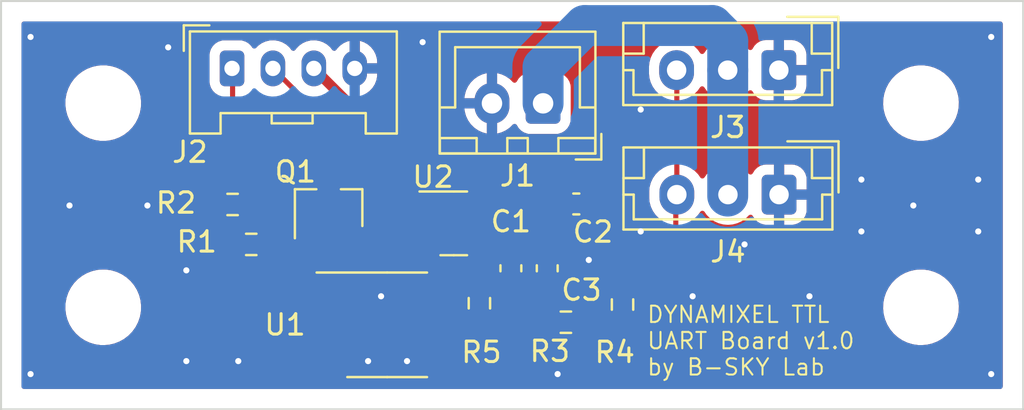
<source format=kicad_pcb>
(kicad_pcb (version 20221018) (generator pcbnew)
  (layers (0 "F.Cu" signal) (31 "B.Cu" signal) (34 "B.Paste" user) (35 "F.Paste" user) (36 "B.SilkS" user "B.Silkscreen") (37 "F.SilkS" user "F.Silkscreen") (38 "B.Mask" user) (39 "F.Mask" user) (44 "Edge.Cuts" user))
  (net 0 "")
  (net 1 "+3.3V")
  (net 2 "GND")
  (net 3 "/BAT")
  (net 4 "/signal")
  (net 5 "/STS_TX")
  (net 6 "/STS_RX")
  (net 7 "Net-(Q1-B)")
  (net 8 "Net-(U1-B)")
  (net 9 "+5V")
  (net 10 "Net-(Q1-C)")
  (footprint "Connector_JST:JST_XH_B2B-XH-A_1x02_P2.50mm_Vertical" (layer "F.Cu") (at 156.5148 115.0112 180)
    (fp_text reference "J1" (at 1.25 -3.55 180) (layer "F.SilkS"))
    (fp_text value "B2B-XH-A(LF)(SN)" hide)
    (fp_line (start -2.85 -2.75) (end -2.85 -1.5) (stroke (width 0.12)) (layer "F.SilkS"))
    (fp_line (start -2.56 -2.46) (end -2.56 3.51) (stroke (width 0.12)) (layer "F.SilkS"))
    (fp_line (start -2.56 3.51) (end 5.06 3.51) (stroke (width 0.12)) (layer "F.SilkS"))
    (fp_line (start -2.55 -2.45) (end -2.55 -1.7) (stroke (width 0.12)) (layer "F.SilkS"))
    (fp_line (start -2.55 -1.7) (end -0.75 -1.7) (stroke (width 0.12)) (layer "F.SilkS"))
    (fp_line (start -2.55 -0.2) (end -1.8 -0.2) (stroke (width 0.12)) (layer "F.SilkS"))
    (fp_line (start -1.8 -0.2) (end -1.8 2.75) (stroke (width 0.12)) (layer "F.SilkS"))
    (fp_line (start -1.8 2.75) (end 1.25 2.75) (stroke (width 0.12)) (layer "F.SilkS"))
    (fp_line (start -1.6 -2.75) (end -2.85 -2.75) (stroke (width 0.12)) (layer "F.SilkS"))
    (fp_line (start -0.75 -2.45) (end -2.55 -2.45) (stroke (width 0.12)) (layer "F.SilkS"))
    (fp_line (start -0.75 -1.7) (end -0.75 -2.45) (stroke (width 0.12)) (layer "F.SilkS"))
    (fp_line (start 0.75 -2.45) (end 0.75 -1.7) (stroke (width 0.12)) (layer "F.SilkS"))
    (fp_line (start 0.75 -1.7) (end 1.75 -1.7) (stroke (width 0.12)) (layer "F.SilkS"))
    (fp_line (start 1.75 -2.45) (end 0.75 -2.45) (stroke (width 0.12)) (layer "F.SilkS"))
    (fp_line (start 1.75 -1.7) (end 1.75 -2.45) (stroke (width 0.12)) (layer "F.SilkS"))
    (fp_line (start 3.25 -2.45) (end 3.25 -1.7) (stroke (width 0.12)) (layer "F.SilkS"))
    (fp_line (start 3.25 -1.7) (end 5.05 -1.7) (stroke (width 0.12)) (layer "F.SilkS"))
    (fp_line (start 4.3 -0.2) (end 4.3 2.75) (stroke (width 0.12)) (layer "F.SilkS"))
    (fp_line (start 4.3 2.75) (end 1.25 2.75) (stroke (width 0.12)) (layer "F.SilkS"))
    (fp_line (start 5.05 -2.45) (end 3.25 -2.45) (stroke (width 0.12)) (layer "F.SilkS"))
    (fp_line (start 5.05 -1.7) (end 5.05 -2.45) (stroke (width 0.12)) (layer "F.SilkS"))
    (fp_line (start 5.05 -0.2) (end 4.3 -0.2) (stroke (width 0.12)) (layer "F.SilkS"))
    (fp_line (start 5.06 -2.46) (end -2.56 -2.46) (stroke (width 0.12)) (layer "F.SilkS"))
    (fp_line (start 5.06 3.51) (end 5.06 -2.46) (stroke (width 0.12)) (layer "F.SilkS"))
    (pad "1" thru_hole roundrect (at 0 0 180) (size 1.7 2) (drill 1) (layers "*.Cu" "*.Mask") (roundrect_rratio 0.1470588235) (net 3 "/BAT"))
    (pad "2" thru_hole oval (at 2.5 0 180) (size 1.7 2) (drill 1) (layers "*.Cu" "*.Mask") (net 2 "GND"))
  )
  (footprint "MountingHole:MountingHole_3.2mm_M3" (layer "F.Cu") (at 175 115)
    (fp_text reference "MH3" hide)
    (fp_text value "MountingHole_3.2mm_M3" hide)
    (pad "" np_thru_hole circle (at 0 0) (size 3.2 3.2) (drill 3.2) (layers "*.Cu" "*.Mask"))
  )
  (footprint "Package_TO_SOT_SMD:SC-59_Handsoldering" (layer "F.Cu") (at 146.0246 120.1674 90)
    (fp_text reference "Q1" (at 1.8034 -1.6256) (layer "F.SilkS"))
    (fp_text value "2SA1162GR" hide)
    (fp_line (start -1.45 -1.65) (end 0.95 -1.65) (stroke (width 0.12)) (layer "F.SilkS"))
    (fp_line (start -0.85 1.65) (end 0.95 1.65) (stroke (width 0.12)) (layer "F.SilkS"))
    (fp_line (start 0.95 -1.65) (end 0.95 -0.6) (stroke (width 0.12)) (layer "F.SilkS"))
    (fp_line (start 0.95 1.65) (end 0.95 0.6) (stroke (width 0.12)) (layer "F.SilkS"))
    (pad "1" smd rect (at -1.65 -0.95 90) (size 1.8 0.8) (layers "F.Cu" "F.Paste" "F.Mask") (net 7 "Net-(Q1-B)"))
    (pad "2" smd rect (at -1.65 0.95 90) (size 1.8 0.8) (layers "F.Cu" "F.Paste" "F.Mask") (net 1 "+3.3V"))
    (pad "3" smd rect (at 1.65 0 90) (size 1.8 0.8) (layers "F.Cu" "F.Paste" "F.Mask") (net 10 "Net-(Q1-C)"))
  )
  (footprint "Resistor_SMD:R_0603_1608Metric_Pad0.98x0.95mm_HandSolder" (layer "F.Cu") (at 157.6305 125.73)
    (fp_text reference "R3" (at -0.7855 1.4224 180) (layer "F.SilkS"))
    (fp_text value "2.2k" hide)
    (fp_line (start -0.254724 -0.5225) (end 0.254724 -0.5225) (stroke (width 0.12)) (layer "F.SilkS"))
    (fp_line (start -0.254724 0.5225) (end 0.254724 0.5225) (stroke (width 0.12)) (layer "F.SilkS"))
    (pad "1" smd roundrect (at -0.9125 0) (size 0.975 0.95) (layers "F.Cu" "F.Paste" "F.Mask") (net 8 "Net-(U1-B)"))
    (pad "2" smd roundrect (at 0.9125 0) (size 0.975 0.95) (layers "F.Cu" "F.Paste" "F.Mask") (net 1 "+3.3V"))
  )
  (footprint "Connector_JST:JST_EH_B3B-EH-A_1x03_P2.50mm_Vertical" (layer "F.Cu") (at 168.0572 119.4816 180)
    (fp_text reference "J4" (at 2.5 -2.8 180) (layer "F.SilkS"))
    (fp_text value "B3B-EH-A(LF)(SN)" hide)
    (fp_line (start -2.91 0.11) (end -2.91 2.61) (stroke (width 0.12)) (layer "F.SilkS"))
    (fp_line (start -2.91 2.61) (end -0.41 2.61) (stroke (width 0.12)) (layer "F.SilkS"))
    (fp_line (start -2.61 -1.71) (end -2.61 2.31) (stroke (width 0.12)) (layer "F.SilkS"))
    (fp_line (start -2.61 0) (end -2.11 0) (stroke (width 0.12)) (layer "F.SilkS"))
    (fp_line (start -2.61 0.81) (end -1.61 0.81) (stroke (width 0.12)) (layer "F.SilkS"))
    (fp_line (start -2.61 2.31) (end 7.61 2.31) (stroke (width 0.12)) (layer "F.SilkS"))
    (fp_line (start -2.11 -1.21) (end 7.11 -1.21) (stroke (width 0.12)) (layer "F.SilkS"))
    (fp_line (start -2.11 0) (end -2.11 -1.21) (stroke (width 0.12)) (layer "F.SilkS"))
    (fp_line (start -1.61 0.81) (end -1.61 2.31) (stroke (width 0.12)) (layer "F.SilkS"))
    (fp_line (start 6.61 0.81) (end 6.61 2.31) (stroke (width 0.12)) (layer "F.SilkS"))
    (fp_line (start 7.11 -1.21) (end 7.11 0) (stroke (width 0.12)) (layer "F.SilkS"))
    (fp_line (start 7.11 0) (end 7.61 0) (stroke (width 0.12)) (layer "F.SilkS"))
    (fp_line (start 7.61 -1.71) (end -2.61 -1.71) (stroke (width 0.12)) (layer "F.SilkS"))
    (fp_line (start 7.61 0.81) (end 6.61 0.81) (stroke (width 0.12)) (layer "F.SilkS"))
    (fp_line (start 7.61 2.31) (end 7.61 -1.71) (stroke (width 0.12)) (layer "F.SilkS"))
    (pad "1" thru_hole roundrect (at 0 0 180) (size 1.7 1.95) (drill 0.95) (layers "*.Cu" "*.Mask") (roundrect_rratio 0.1470588235) (net 2 "GND"))
    (pad "2" thru_hole oval (at 2.5 0 180) (size 1.7 1.95) (drill 0.95) (layers "*.Cu" "*.Mask") (net 3 "/BAT"))
    (pad "3" thru_hole oval (at 5 0 180) (size 1.7 1.95) (drill 0.95) (layers "*.Cu" "*.Mask") (net 4 "/signal"))
  )
  (footprint "Capacitor_SMD:C_0603_1608Metric_Pad1.08x0.95mm_HandSolder" (layer "F.Cu") (at 156.718 123.0895 90)
    (fp_text reference "C3" (at -1.0657 1.6764) (layer "F.SilkS"))
    (fp_text value "1u" hide)
    (fp_line (start -0.146267 -0.51) (end 0.146267 -0.51) (stroke (width 0.12)) (layer "F.SilkS"))
    (fp_line (start -0.146267 0.51) (end 0.146267 0.51) (stroke (width 0.12)) (layer "F.SilkS"))
    (pad "1" smd roundrect (at -0.8625 0 90) (size 1.075 0.95) (layers "F.Cu" "F.Paste" "F.Mask") (net 1 "+3.3V"))
    (pad "2" smd roundrect (at 0.8625 0 90) (size 1.075 0.95) (layers "F.Cu" "F.Paste" "F.Mask") (net 2 "GND"))
  )
  (footprint "BSL-Library:HY2.0-4P" (layer "F.Cu") (at 139.24 111.49)
    (fp_text reference "J2" (at 0 5.91 unlocked) (layer "F.SilkS"))
    (fp_text value "WAFER-HY2.0-4PZZ" hide)
    (fp_line (start -0.3 -0.3) (end -0.3 0.95) (stroke (width 0.12)) (layer "F.SilkS"))
    (fp_line (start 0 0) (end 0 5) (stroke (width 0.12)) (layer "F.SilkS"))
    (fp_line (start 0 5) (end 1.5 5) (stroke (width 0.12)) (layer "F.SilkS"))
    (fp_line (start 0.95 -0.3) (end -0.3 -0.3) (stroke (width 0.12)) (layer "F.SilkS"))
    (fp_line (start 1.5 4) (end 1.5 5) (stroke (width 0.12)) (layer "F.SilkS"))
    (fp_line (start 1.5 4) (end 8.6 4) (stroke (width 0.12)) (layer "F.SilkS"))
    (fp_line (start 4 4) (end 4 4.5) (stroke (width 0.12)) (layer "F.SilkS"))
    (fp_line (start 4 4.5) (end 6 4.5) (stroke (width 0.12)) (layer "F.SilkS"))
    (fp_line (start 6 4.5) (end 6 4) (stroke (width 0.12)) (layer "F.SilkS"))
    (fp_line (start 8.6 4) (end 8.6 5) (stroke (width 0.12)) (layer "F.SilkS"))
    (fp_line (start 8.6 5) (end 10.12 5) (stroke (width 0.12)) (layer "F.SilkS"))
    (fp_line (start 10.12 0) (end 0 0) (stroke (width 0.12)) (layer "F.SilkS"))
    (fp_line (start 10.12 5) (end 10.12 0) (stroke (width 0.12)) (layer "F.SilkS"))
    (pad "1" thru_hole roundrect (at 2.06 1.81) (size 1.2 1.75) (drill 0.75) (layers "*.Cu" "*.Mask") (roundrect_rratio 0.2083333333) (net 5 "/STS_TX"))
    (pad "2" thru_hole oval (at 4.06 1.81) (size 1.2 1.75) (drill 0.75) (layers "*.Cu" "*.Mask") (net 6 "/STS_RX"))
    (pad "3" thru_hole oval (at 6.06 1.81) (size 1.2 1.75) (drill 0.75) (layers "*.Cu" "*.Mask") (net 9 "+5V"))
    (pad "4" thru_hole oval (at 8.06 1.81) (size 1.2 1.75) (drill 0.75) (layers "*.Cu" "*.Mask") (net 2 "GND"))
  )
  (footprint "Resistor_SMD:R_0603_1608Metric_Pad0.98x0.95mm_HandSolder" (layer "F.Cu") (at 160.401 124.8645 -90)
    (fp_text reference "R4" (at 2.3368 0.381) (layer "F.SilkS"))
    (fp_text value "2.2k" hide)
    (fp_line (start -0.254724 -0.5225) (end 0.254724 -0.5225) (stroke (width 0.12)) (layer "F.SilkS"))
    (fp_line (start -0.254724 0.5225) (end 0.254724 0.5225) (stroke (width 0.12)) (layer "F.SilkS"))
    (pad "1" smd roundrect (at -0.9125 0 270) (size 0.975 0.95) (layers "F.Cu" "F.Paste" "F.Mask") (net 2 "GND"))
    (pad "2" smd roundrect (at 0.9125 0 270) (size 0.975 0.95) (layers "F.Cu" "F.Paste" "F.Mask") (net 8 "Net-(U1-B)"))
  )
  (footprint "Resistor_SMD:R_0603_1608Metric_Pad0.98x0.95mm_HandSolder" (layer "F.Cu") (at 141.3275 119.9642)
    (fp_text reference "R2" (at -2.7705 -0.0762 180) (layer "F.SilkS"))
    (fp_text value "20k" hide)
    (fp_line (start -0.254724 -0.5225) (end 0.254724 -0.5225) (stroke (width 0.12)) (layer "F.SilkS"))
    (fp_line (start -0.254724 0.5225) (end 0.254724 0.5225) (stroke (width 0.12)) (layer "F.SilkS"))
    (pad "1" smd roundrect (at -0.9125 0) (size 0.975 0.95) (layers "F.Cu" "F.Paste" "F.Mask") (net 2 "GND"))
    (pad "2" smd roundrect (at 0.9125 0) (size 0.975 0.95) (layers "F.Cu" "F.Paste" "F.Mask") (net 10 "Net-(Q1-C)"))
  )
  (footprint "Resistor_SMD:R_0603_1608Metric_Pad0.98x0.95mm_HandSolder" (layer "F.Cu") (at 153.4 124.8 90)
    (fp_text reference "R5" (at -2.4 0.1 180) (layer "F.SilkS"))
    (fp_text value "10k")
    (fp_line (start -0.254724 -0.5225) (end 0.254724 -0.5225) (stroke (width 0.12)) (layer "F.SilkS"))
    (fp_line (start -0.254724 0.5225) (end 0.254724 0.5225) (stroke (width 0.12)) (layer "F.SilkS"))
    (pad "1" smd roundrect (at -0.9125 0 90) (size 0.975 0.95) (layers "F.Cu" "F.Paste" "F.Mask") (net 4 "/signal"))
    (pad "2" smd roundrect (at 0.9125 0 90) (size 0.975 0.95) (layers "F.Cu" "F.Paste" "F.Mask") (net 1 "+3.3V"))
  )
  (footprint "Package_SO:SOP-8_3.9x4.9mm_P1.27mm" (layer "F.Cu") (at 148.888 125.857)
    (fp_text reference "U1" (at -4.997 0) (layer "F.SilkS"))
    (fp_text value "MAX3485" hide)
    (fp_line (start 0 -2.56) (end -3.45 -2.56) (stroke (width 0.12)) (layer "F.SilkS"))
    (fp_line (start 0 -2.56) (end 1.95 -2.56) (stroke (width 0.12)) (layer "F.SilkS"))
    (fp_line (start 0 2.56) (end -1.95 2.56) (stroke (width 0.12)) (layer "F.SilkS"))
    (fp_line (start 0 2.56) (end 1.95 2.56) (stroke (width 0.12)) (layer "F.SilkS"))
    (pad "1" smd roundrect (at -2.625 -1.905) (size 1.65 0.6) (layers "F.Cu" "F.Paste" "F.Mask") (net 6 "/STS_RX"))
    (pad "2" smd roundrect (at -2.625 -0.635) (size 1.65 0.6) (layers "F.Cu" "F.Paste" "F.Mask") (net 10 "Net-(Q1-C)"))
    (pad "3" smd roundrect (at -2.625 0.635) (size 1.65 0.6) (layers "F.Cu" "F.Paste" "F.Mask") (net 10 "Net-(Q1-C)"))
    (pad "4" smd roundrect (at -2.625 1.905) (size 1.65 0.6) (layers "F.Cu" "F.Paste" "F.Mask") (net 5 "/STS_TX"))
    (pad "5" smd roundrect (at 2.625 1.905) (size 1.65 0.6) (layers "F.Cu" "F.Paste" "F.Mask") (net 2 "GND"))
    (pad "6" smd roundrect (at 2.625 0.635) (size 1.65 0.6) (layers "F.Cu" "F.Paste" "F.Mask") (net 4 "/signal"))
    (pad "7" smd roundrect (at 2.625 -0.635) (size 1.65 0.6) (layers "F.Cu" "F.Paste" "F.Mask") (net 8 "Net-(U1-B)"))
    (pad "8" smd roundrect (at 2.625 -1.905) (size 1.65 0.6) (layers "F.Cu" "F.Paste" "F.Mask") (net 1 "+3.3V"))
  )
  (footprint "MountingHole:MountingHole_3.2mm_M3" (layer "F.Cu") (at 135 115)
    (fp_text reference "MH2" hide)
    (fp_text value "MountingHole_3.2mm_M3" hide)
    (pad "" np_thru_hole circle (at 0 0) (size 3.2 3.2) (drill 3.2) (layers "*.Cu" "*.Mask"))
  )
  (footprint "MountingHole:MountingHole_3.2mm_M3" (layer "F.Cu") (at 175 125)
    (fp_text reference "MH4" hide)
    (fp_text value "MountingHole_3.2mm_M3" hide)
    (pad "" np_thru_hole circle (at 0 0) (size 3.2 3.2) (drill 3.2) (layers "*.Cu" "*.Mask"))
  )
  (footprint "Connector_JST:JST_EH_B3B-EH-A_1x03_P2.50mm_Vertical" (layer "F.Cu") (at 168.0464 113.3856 180)
    (fp_text reference "J3" (at 2.5 -2.8 180) (layer "F.SilkS"))
    (fp_text value "B3B-EH-A(LF)(SN)" hide)
    (fp_line (start -2.91 0.11) (end -2.91 2.61) (stroke (width 0.12)) (layer "F.SilkS"))
    (fp_line (start -2.91 2.61) (end -0.41 2.61) (stroke (width 0.12)) (layer "F.SilkS"))
    (fp_line (start -2.61 -1.71) (end -2.61 2.31) (stroke (width 0.12)) (layer "F.SilkS"))
    (fp_line (start -2.61 0) (end -2.11 0) (stroke (width 0.12)) (layer "F.SilkS"))
    (fp_line (start -2.61 0.81) (end -1.61 0.81) (stroke (width 0.12)) (layer "F.SilkS"))
    (fp_line (start -2.61 2.31) (end 7.61 2.31) (stroke (width 0.12)) (layer "F.SilkS"))
    (fp_line (start -2.11 -1.21) (end 7.11 -1.21) (stroke (width 0.12)) (layer "F.SilkS"))
    (fp_line (start -2.11 0) (end -2.11 -1.21) (stroke (width 0.12)) (layer "F.SilkS"))
    (fp_line (start -1.61 0.81) (end -1.61 2.31) (stroke (width 0.12)) (layer "F.SilkS"))
    (fp_line (start 6.61 0.81) (end 6.61 2.31) (stroke (width 0.12)) (layer "F.SilkS"))
    (fp_line (start 7.11 -1.21) (end 7.11 0) (stroke (width 0.12)) (layer "F.SilkS"))
    (fp_line (start 7.11 0) (end 7.61 0) (stroke (width 0.12)) (layer "F.SilkS"))
    (fp_line (start 7.61 -1.71) (end -2.61 -1.71) (stroke (width 0.12)) (layer "F.SilkS"))
    (fp_line (start 7.61 0.81) (end 6.61 0.81) (stroke (width 0.12)) (layer "F.SilkS"))
    (fp_line (start 7.61 2.31) (end 7.61 -1.71) (stroke (width 0.12)) (layer "F.SilkS"))
    (pad "1" thru_hole roundrect (at 0 0 180) (size 1.7 1.95) (drill 0.95) (layers "*.Cu" "*.Mask") (roundrect_rratio 0.1470588235) (net 2 "GND"))
    (pad "2" thru_hole oval (at 2.5 0 180) (size 1.7 1.95) (drill 0.95) (layers "*.Cu" "*.Mask") (net 3 "/BAT"))
    (pad "3" thru_hole oval (at 5 0 180) (size 1.7 1.95) (drill 0.95) (layers "*.Cu" "*.Mask") (net 4 "/signal"))
  )
  (footprint "MountingHole:MountingHole_3.2mm_M3" (layer "F.Cu") (at 135 125)
    (fp_text reference "MH1" hide)
    (fp_text value "MountingHole_3.2mm_M3" hide)
    (pad "" np_thru_hole circle (at 0 0) (size 3.2 3.2) (drill 3.2) (layers "*.Cu" "*.Mask"))
  )
  (footprint "Capacitor_SMD:C_0603_1608Metric_Pad1.08x0.95mm_HandSolder" (layer "F.Cu") (at 154.94 123.0895 90)
    (fp_text reference "C1" (at 2.2871 0) (layer "F.SilkS"))
    (fp_text value "0.1u" hide)
    (fp_line (start -0.146267 -0.51) (end 0.146267 -0.51) (stroke (width 0.12)) (layer "F.SilkS"))
    (fp_line (start -0.146267 0.51) (end 0.146267 0.51) (stroke (width 0.12)) (layer "F.SilkS"))
    (pad "1" smd roundrect (at -0.8625 0 90) (size 1.075 0.95) (layers "F.Cu" "F.Paste" "F.Mask") (net 1 "+3.3V"))
    (pad "2" smd roundrect (at 0.8625 0 90) (size 1.075 0.95) (layers "F.Cu" "F.Paste" "F.Mask") (net 2 "GND"))
  )
  (footprint "Package_TO_SOT_SMD:SOT-23" (layer "F.Cu") (at 152.146 120.8888)
    (fp_text reference "U2" (at -1.016 -2.2708) (layer "F.SilkS"))
    (fp_text value "AP7333-33SAG" hide)
    (fp_line (start 0 -1.56) (end -1.675 -1.56) (stroke (width 0.12)) (layer "F.SilkS"))
    (fp_line (start 0 -1.56) (end 0.65 -1.56) (stroke (width 0.12)) (layer "F.SilkS"))
    (fp_line (start 0 1.56) (end -0.65 1.56) (stroke (width 0.12)) (layer "F.SilkS"))
    (fp_line (start 0 1.56) (end 0.65 1.56) (stroke (width 0.12)) (layer "F.SilkS"))
    (pad "1" smd roundrect (at -0.9375 -0.95) (size 1.475 0.6) (layers "F.Cu" "F.Paste" "F.Mask") (net 9 "+5V"))
    (pad "2" smd roundrect (at -0.9375 0.95) (size 1.475 0.6) (layers "F.Cu" "F.Paste" "F.Mask") (net 1 "+3.3V"))
    (pad "3" smd roundrect (at 0.9375 0) (size 1.475 0.6) (layers "F.Cu" "F.Paste" "F.Mask") (net 2 "GND"))
  )
  (footprint "Capacitor_SMD:C_0603_1608Metric_Pad1.08x0.95mm_HandSolder" (layer "F.Cu") (at 158.1404 119.9388)
    (fp_text reference "C2" (at 0.8128 1.3716) (layer "F.SilkS"))
    (fp_text value "1u" hide)
    (fp_line (start -0.146267 -0.51) (end 0.146267 -0.51) (stroke (width 0.12)) (layer "F.SilkS"))
    (fp_line (start -0.146267 0.51) (end 0.146267 0.51) (stroke (width 0.12)) (layer "F.SilkS"))
    (pad "1" smd roundrect (at -0.8625 0) (size 1.075 0.95) (layers "F.Cu" "F.Paste" "F.Mask") (net 9 "+5V"))
    (pad "2" smd roundrect (at 0.8625 0) (size 1.075 0.95) (layers "F.Cu" "F.Paste" "F.Mask") (net 2 "GND"))
  )
  (footprint "Resistor_SMD:R_0603_1608Metric_Pad0.98x0.95mm_HandSolder" (layer "F.Cu") (at 142.24 121.92)
    (fp_text reference "R1" (at -2.667 -0.127 180) (layer "F.SilkS"))
    (fp_text value "7.5k" hide)
    (fp_line (start -0.254724 -0.5225) (end 0.254724 -0.5225) (stroke (width 0.12)) (layer "F.SilkS"))
    (fp_line (start -0.254724 0.5225) (end 0.254724 0.5225) (stroke (width 0.12)) (layer "F.SilkS"))
    (pad "1" smd roundrect (at -0.9125 0) (size 0.975 0.95) (layers "F.Cu" "F.Paste" "F.Mask") (net 5 "/STS_TX"))
    (pad "2" smd roundrect (at 0.9125 0) (size 0.975 0.95) (layers "F.Cu" "F.Paste" "F.Mask") (net 7 "Net-(Q1-B)"))
  )
  (gr_rect (start 130 110) (end 180 130) (stroke (width 0.1)) (fill none) (layer "Edge.Cuts"))
  (gr_text "DYNAMIXEL TTL\nUART Board v1.0\nby B-SKY Lab" (at 161.544 128.397) (layer "F.SilkS") (effects (font (size 0.8 0.8) (thickness 0.1)) (justify left bottom)))
  (segment (start 146.996 121.8388) (end 146.9746 121.8174) (width 0.5) (layer "F.Cu") (net 1))
  (segment (start 151.2085 121.8388) (end 146.996 121.8388) (width 0.5) (layer "F.Cu") (net 1))
  (segment (start 156.765 123.952) (end 158.543 125.73) (width 0.5) (layer "F.Cu") (net 1))
  (segment (start 156.718 123.952) (end 151.513 123.952) (width 0.5) (layer "F.Cu") (net 1))
  (segment (start 151.513 123.952) (end 151.513 122.1433) (width 0.5) (layer "F.Cu") (net 1))
  (via (at 161.29 115.316) (size 0.605) (drill 0.3) (layers "F.Cu" "B.Cu") (net 2))
  (via (at 169.545 124.46) (size 0.605) (drill 0.3) (layers "F.Cu" "B.Cu") (net 2))
  (via (at 150.622 112.014) (size 0.605) (drill 0.3) (layers "F.Cu" "B.Cu") (net 2))
  (via (at 166.37 121.92) (size 0.605) (drill 0.3) (layers "F.Cu" "B.Cu") (net 2))
  (via (at 148.59 124.46) (size 0.605) (drill 0.3) (layers "F.Cu" "B.Cu") (net 2))
  (via (at 158.75 122.682) (size 0.605) (drill 0.3) (layers "F.Cu" "B.Cu") (net 2))
  (via (at 161.29 121.285) (size 0.605) (drill 0.3) (layers "F.Cu" "B.Cu") (net 2))
  (via (at 149.86 127.635) (size 0.605) (drill 0.3) (layers "F.Cu" "B.Cu") (net 2))
  (via (at 139.065 127.635) (size 0.605) (drill 0.3) (layers "F.Cu" "B.Cu") (net 2))
  (via (at 172.085 118.745) (size 0.605) (drill 0.3) (layers "F.Cu" "B.Cu") (net 2))
  (via (at 178.435 111.76) (size 0.605) (drill 0.3) (layers "F.Cu" "B.Cu") (net 2))
  (via (at 174.625 120.015) (size 0.605) (drill 0.3) (layers "F.Cu" "B.Cu") (net 2))
  (via (at 172.085 121.285) (size 0.605) (drill 0.3) (layers "F.Cu" "B.Cu") (net 2))
  (via (at 138.176 112.268) (size 0.605) (drill 0.3) (layers "F.Cu" "B.Cu") (net 2))
  (via (at 163.83 124.46) (size 0.605) (drill 0.3) (layers "F.Cu" "B.Cu") (net 2))
  (via (at 177.8 121.285) (size 0.605) (drill 0.3) (layers "F.Cu" "B.Cu") (net 2))
  (via (at 137.16 120.015) (size 0.605) (drill 0.3) (layers "F.Cu" "B.Cu") (net 2))
  (via (at 177.8 118.745) (size 0.605) (drill 0.3) (layers "F.Cu" "B.Cu") (net 2))
  (via (at 178.435 128.27) (size 0.605) (drill 0.3) (layers "F.Cu" "B.Cu") (net 2))
  (via (at 131.445 128.27) (size 0.605) (drill 0.3) (layers "F.Cu" "B.Cu") (net 2))
  (via (at 133.35 120.015) (size 0.605) (drill 0.3) (layers "F.Cu" "B.Cu") (net 2))
  (via (at 141.605 127.635) (size 0.605) (drill 0.3) (layers "F.Cu" "B.Cu") (net 2))
  (via (at 139.065 123.19) (size 0.605) (drill 0.3) (layers "F.Cu" "B.Cu") (net 2))
  (via (at 157.226 128.27) (size 0.605) (drill 0.3) (layers "F.Cu" "B.Cu") (net 2))
  (via (at 131.445 111.76) (size 0.605) (drill 0.3) (layers "F.Cu" "B.Cu") (net 2))
  (via (at 147.955 127.635) (size 0.605) (drill 0.3) (layers "F.Cu" "B.Cu") (net 2))
  (segment (start 156.5148 113.2332) (end 158.5468 111.2012) (width 2) (layer "B.Cu") (net 3))
  (segment (start 165.5464 113.3856) (end 165.5464 119.5536) (width 2) (layer "B.Cu") (net 3))
  (segment (start 164.7952 111.2012) (end 165.5464 111.9524) (width 2) (layer "B.Cu") (net 3))
  (segment (start 165.5464 111.9524) (end 165.5464 113.3856) (width 2) (layer "B.Cu") (net 3))
  (segment (start 158.5468 111.2012) (end 164.7952 111.2012) (width 2) (layer "B.Cu") (net 3))
  (segment (start 156.5148 115.0112) (end 156.5148 113.2332) (width 2) (layer "B.Cu") (net 3))
  (segment (start 163.0064 124.897179) (end 163.0064 119.5936) (width 0.25) (layer "F.Cu") (net 4))
  (segment (start 154.5723 126.8848) (end 161.018779 126.8848) (width 0.25) (layer "F.Cu") (net 4))
  (segment (start 163.0464 119.5536) (end 163.0064 119.5936) (width 0.25) (layer "F.Cu") (net 4))
  (segment (start 163.0572 113.3964) (end 163.0464 113.3856) (width 0.25) (layer "F.Cu") (net 4))
  (segment (start 161.018779 126.8848) (end 163.0064 124.897179) (width 0.25) (layer "F.Cu") (net 4))
  (segment (start 153.4 125.7125) (end 154.5723 126.8848) (width 0.25) (layer "F.Cu") (net 4))
  (segment (start 152.6205 126.492) (end 153.4 125.7125) (width 0.25) (layer "F.Cu") (net 4))
  (segment (start 151.513 126.492) (end 152.6205 126.492) (width 0.25) (layer "F.Cu") (net 4))
  (segment (start 163.0572 119.4816) (end 163.0572 113.3964) (width 0.25) (layer "F.Cu") (net 4))
  (segment (start 141.3275 123.935935) (end 141.3275 121.92) (width 0.25) (layer "F.Cu") (net 5))
  (segment (start 141.3275 113.3275) (end 141.3 113.3) (width 0.25) (layer "F.Cu") (net 5))
  (segment (start 145.153565 127.762) (end 141.3275 123.935935) (width 0.25) (layer "F.Cu") (net 5))
  (segment (start 141.3275 121.92) (end 141.3275 113.3275) (width 0.25) (layer "F.Cu") (net 5))
  (segment (start 145.153565 127.762) (end 146.263 127.762) (width 0.25) (layer "F.Cu") (net 5))
  (segment (start 143.3 113.3) (end 147.5 117.5) (width 0.25) (layer "F.Cu") (net 6))
  (segment (start 147.5 119.2502) (end 146.0195 120.7307) (width 0.25) (layer "F.Cu") (net 6))
  (segment (start 146.0195 123.952) (end 146.0195 120.7307) (width 0.25) (layer "F.Cu") (net 6))
  (segment (start 147.5 117.5) (end 147.5 119.2502) (width 0.25) (layer "F.Cu") (net 6))
  (segment (start 144.972 121.92) (end 145.0746 121.8174) (width 0.25) (layer "F.Cu") (net 7))
  (segment (start 143.1525 121.92) (end 144.972 121.92) (width 0.25) (layer "F.Cu") (net 7))
  (segment (start 156.718 125.73) (end 157.4704 126.4824) (width 0.25) (layer "F.Cu") (net 8))
  (segment (start 159.66825 126.4824) (end 160.37175 125.7789) (width 0.25) (layer "F.Cu") (net 8))
  (segment (start 155.888 124.9) (end 156.718 125.73) (width 0.25) (layer "F.Cu") (net 8))
  (segment (start 157.4704 126.4824) (end 159.66825 126.4824) (width 0.25) (layer "F.Cu") (net 8))
  (segment (start 151.835 124.9) (end 155.888 124.9) (width 0.25) (layer "F.Cu") (net 8))
  (segment (start 151.513 125.222) (end 151.835 124.9) (width 0.25) (layer "F.Cu") (net 8))
  (segment (start 151.2085 119.9388) (end 157.2779 119.9388) (width 0.5) (layer "F.Cu") (net 9))
  (segment (start 151.2085 119.2085) (end 151.2085 119.9388) (width 0.5) (layer "F.Cu") (net 9))
  (segment (start 145.3 113.3) (end 151.2085 119.2085) (width 0.5) (layer "F.Cu") (net 9))
  (segment (start 143.6868 118.5174) (end 146.0246 118.5174) (width 0.25) (layer "F.Cu") (net 10))
  (segment (start 142.24 122.308435) (end 145.153565 125.222) (width 0.25) (layer "F.Cu") (net 10))
  (segment (start 145.153565 125.222) (end 146.263 125.222) (width 0.25) (layer "F.Cu") (net 10))
  (segment (start 142.24 119.9642) (end 142.24 122.308435) (width 0.25) (layer "F.Cu") (net 10))
  (segment (start 142.24 119.9642) (end 143.6868 118.5174) (width 0.25) (layer "F.Cu") (net 10))
  (segment (start 146.263 125.222) (end 146.263 126.492) (width 0.5) (layer "F.Cu") (net 10))
  (zone (net 2) (net_name "GND") (layers "F&B.Cu") (connect_pads (clearance 0.5)) (min_thickness 0.25) (fill yes (thermal_gap 0.5) (thermal_bridge_width 0.5))
    (polygon (pts (xy 131 129) (xy 131 111) (xy 179 111) (xy 179 129)))
  )
)
</source>
